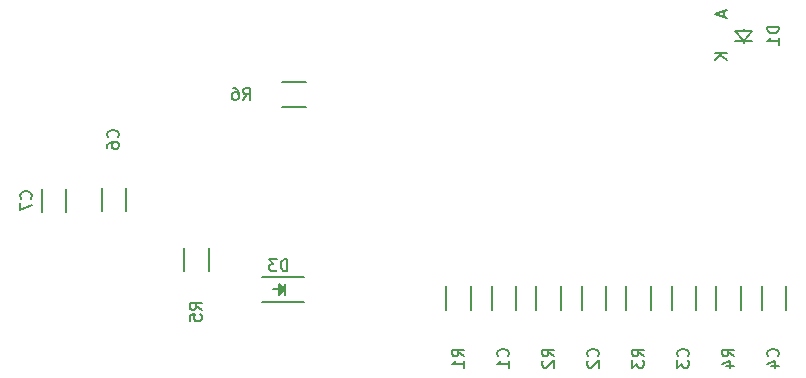
<source format=gbo>
G04 #@! TF.FileFunction,Legend,Bot*
%FSLAX46Y46*%
G04 Gerber Fmt 4.6, Leading zero omitted, Abs format (unit mm)*
G04 Created by KiCad (PCBNEW 4.0.5+dfsg1-4) date Tue May 16 10:22:51 2017*
%MOMM*%
%LPD*%
G01*
G04 APERTURE LIST*
%ADD10C,0.100000*%
%ADD11C,0.150000*%
G04 APERTURE END LIST*
D10*
D11*
X81475000Y-159770000D02*
X81475000Y-161770000D01*
X83625000Y-161770000D02*
X83625000Y-159770000D01*
X89095000Y-159770000D02*
X89095000Y-161770000D01*
X91245000Y-161770000D02*
X91245000Y-159770000D01*
X87385000Y-159770000D02*
X87385000Y-161770000D01*
X85335000Y-161770000D02*
X85335000Y-159770000D01*
X95005000Y-159770000D02*
X95005000Y-161770000D01*
X92955000Y-161770000D02*
X92955000Y-159770000D01*
X102625000Y-159770000D02*
X102625000Y-161770000D01*
X100575000Y-161770000D02*
X100575000Y-159770000D01*
X110245000Y-159770000D02*
X110245000Y-161770000D01*
X108195000Y-161770000D02*
X108195000Y-159770000D01*
X52315000Y-153400000D02*
X52315000Y-151400000D01*
X54365000Y-151400000D02*
X54365000Y-153400000D01*
X96715000Y-159770000D02*
X96715000Y-161770000D01*
X98865000Y-161770000D02*
X98865000Y-159770000D01*
X104335000Y-159770000D02*
X104335000Y-161770000D01*
X106485000Y-161770000D02*
X106485000Y-159770000D01*
X59250000Y-156480000D02*
X59250000Y-158480000D01*
X61400000Y-158480000D02*
X61400000Y-156480000D01*
X67580000Y-144585000D02*
X69580000Y-144585000D01*
X69580000Y-142435000D02*
X67580000Y-142435000D01*
X69460000Y-161070000D02*
X65860000Y-161070000D01*
X69460000Y-158970000D02*
X65860000Y-158970000D01*
X67410000Y-159720000D02*
X67410000Y-160320000D01*
X67410000Y-160320000D02*
X67710000Y-160020000D01*
X67710000Y-160020000D02*
X67510000Y-159820000D01*
X67510000Y-159820000D02*
X67510000Y-160070000D01*
X67510000Y-160070000D02*
X67560000Y-160020000D01*
X67810000Y-159520000D02*
X67810000Y-160520000D01*
X67310000Y-160020000D02*
X66810000Y-160020000D01*
X67810000Y-160020000D02*
X67310000Y-159520000D01*
X67310000Y-159520000D02*
X67310000Y-160520000D01*
X67310000Y-160520000D02*
X67810000Y-160020000D01*
X106680000Y-138999580D02*
X106680000Y-139149440D01*
X106680000Y-138151220D02*
X106680000Y-137950560D01*
X106680000Y-138999580D02*
X105930700Y-138999580D01*
X106680000Y-138999580D02*
X107381040Y-138999580D01*
X106680000Y-138999580D02*
X107381040Y-138151220D01*
X107381040Y-138151220D02*
X105978960Y-138151220D01*
X105978960Y-138151220D02*
X106680000Y-138999580D01*
X47235000Y-153495000D02*
X47235000Y-151495000D01*
X49285000Y-151495000D02*
X49285000Y-153495000D01*
X83002381Y-165683334D02*
X82526190Y-165350000D01*
X83002381Y-165111905D02*
X82002381Y-165111905D01*
X82002381Y-165492858D01*
X82050000Y-165588096D01*
X82097619Y-165635715D01*
X82192857Y-165683334D01*
X82335714Y-165683334D01*
X82430952Y-165635715D01*
X82478571Y-165588096D01*
X82526190Y-165492858D01*
X82526190Y-165111905D01*
X83002381Y-166635715D02*
X83002381Y-166064286D01*
X83002381Y-166350000D02*
X82002381Y-166350000D01*
X82145238Y-166254762D01*
X82240476Y-166159524D01*
X82288095Y-166064286D01*
X90622381Y-165683334D02*
X90146190Y-165350000D01*
X90622381Y-165111905D02*
X89622381Y-165111905D01*
X89622381Y-165492858D01*
X89670000Y-165588096D01*
X89717619Y-165635715D01*
X89812857Y-165683334D01*
X89955714Y-165683334D01*
X90050952Y-165635715D01*
X90098571Y-165588096D01*
X90146190Y-165492858D01*
X90146190Y-165111905D01*
X89717619Y-166064286D02*
X89670000Y-166111905D01*
X89622381Y-166207143D01*
X89622381Y-166445239D01*
X89670000Y-166540477D01*
X89717619Y-166588096D01*
X89812857Y-166635715D01*
X89908095Y-166635715D01*
X90050952Y-166588096D01*
X90622381Y-166016667D01*
X90622381Y-166635715D01*
X86717143Y-165683334D02*
X86764762Y-165635715D01*
X86812381Y-165492858D01*
X86812381Y-165397620D01*
X86764762Y-165254762D01*
X86669524Y-165159524D01*
X86574286Y-165111905D01*
X86383810Y-165064286D01*
X86240952Y-165064286D01*
X86050476Y-165111905D01*
X85955238Y-165159524D01*
X85860000Y-165254762D01*
X85812381Y-165397620D01*
X85812381Y-165492858D01*
X85860000Y-165635715D01*
X85907619Y-165683334D01*
X86812381Y-166635715D02*
X86812381Y-166064286D01*
X86812381Y-166350000D02*
X85812381Y-166350000D01*
X85955238Y-166254762D01*
X86050476Y-166159524D01*
X86098095Y-166064286D01*
X94337143Y-165683334D02*
X94384762Y-165635715D01*
X94432381Y-165492858D01*
X94432381Y-165397620D01*
X94384762Y-165254762D01*
X94289524Y-165159524D01*
X94194286Y-165111905D01*
X94003810Y-165064286D01*
X93860952Y-165064286D01*
X93670476Y-165111905D01*
X93575238Y-165159524D01*
X93480000Y-165254762D01*
X93432381Y-165397620D01*
X93432381Y-165492858D01*
X93480000Y-165635715D01*
X93527619Y-165683334D01*
X93527619Y-166064286D02*
X93480000Y-166111905D01*
X93432381Y-166207143D01*
X93432381Y-166445239D01*
X93480000Y-166540477D01*
X93527619Y-166588096D01*
X93622857Y-166635715D01*
X93718095Y-166635715D01*
X93860952Y-166588096D01*
X94432381Y-166016667D01*
X94432381Y-166635715D01*
X101957143Y-165683334D02*
X102004762Y-165635715D01*
X102052381Y-165492858D01*
X102052381Y-165397620D01*
X102004762Y-165254762D01*
X101909524Y-165159524D01*
X101814286Y-165111905D01*
X101623810Y-165064286D01*
X101480952Y-165064286D01*
X101290476Y-165111905D01*
X101195238Y-165159524D01*
X101100000Y-165254762D01*
X101052381Y-165397620D01*
X101052381Y-165492858D01*
X101100000Y-165635715D01*
X101147619Y-165683334D01*
X101052381Y-166016667D02*
X101052381Y-166635715D01*
X101433333Y-166302381D01*
X101433333Y-166445239D01*
X101480952Y-166540477D01*
X101528571Y-166588096D01*
X101623810Y-166635715D01*
X101861905Y-166635715D01*
X101957143Y-166588096D01*
X102004762Y-166540477D01*
X102052381Y-166445239D01*
X102052381Y-166159524D01*
X102004762Y-166064286D01*
X101957143Y-166016667D01*
X109577143Y-165683334D02*
X109624762Y-165635715D01*
X109672381Y-165492858D01*
X109672381Y-165397620D01*
X109624762Y-165254762D01*
X109529524Y-165159524D01*
X109434286Y-165111905D01*
X109243810Y-165064286D01*
X109100952Y-165064286D01*
X108910476Y-165111905D01*
X108815238Y-165159524D01*
X108720000Y-165254762D01*
X108672381Y-165397620D01*
X108672381Y-165492858D01*
X108720000Y-165635715D01*
X108767619Y-165683334D01*
X109005714Y-166540477D02*
X109672381Y-166540477D01*
X108624762Y-166302381D02*
X109339048Y-166064286D01*
X109339048Y-166683334D01*
X53697143Y-147153334D02*
X53744762Y-147105715D01*
X53792381Y-146962858D01*
X53792381Y-146867620D01*
X53744762Y-146724762D01*
X53649524Y-146629524D01*
X53554286Y-146581905D01*
X53363810Y-146534286D01*
X53220952Y-146534286D01*
X53030476Y-146581905D01*
X52935238Y-146629524D01*
X52840000Y-146724762D01*
X52792381Y-146867620D01*
X52792381Y-146962858D01*
X52840000Y-147105715D01*
X52887619Y-147153334D01*
X52792381Y-148010477D02*
X52792381Y-147820000D01*
X52840000Y-147724762D01*
X52887619Y-147677143D01*
X53030476Y-147581905D01*
X53220952Y-147534286D01*
X53601905Y-147534286D01*
X53697143Y-147581905D01*
X53744762Y-147629524D01*
X53792381Y-147724762D01*
X53792381Y-147915239D01*
X53744762Y-148010477D01*
X53697143Y-148058096D01*
X53601905Y-148105715D01*
X53363810Y-148105715D01*
X53268571Y-148058096D01*
X53220952Y-148010477D01*
X53173333Y-147915239D01*
X53173333Y-147724762D01*
X53220952Y-147629524D01*
X53268571Y-147581905D01*
X53363810Y-147534286D01*
X98242381Y-165683334D02*
X97766190Y-165350000D01*
X98242381Y-165111905D02*
X97242381Y-165111905D01*
X97242381Y-165492858D01*
X97290000Y-165588096D01*
X97337619Y-165635715D01*
X97432857Y-165683334D01*
X97575714Y-165683334D01*
X97670952Y-165635715D01*
X97718571Y-165588096D01*
X97766190Y-165492858D01*
X97766190Y-165111905D01*
X97242381Y-166016667D02*
X97242381Y-166635715D01*
X97623333Y-166302381D01*
X97623333Y-166445239D01*
X97670952Y-166540477D01*
X97718571Y-166588096D01*
X97813810Y-166635715D01*
X98051905Y-166635715D01*
X98147143Y-166588096D01*
X98194762Y-166540477D01*
X98242381Y-166445239D01*
X98242381Y-166159524D01*
X98194762Y-166064286D01*
X98147143Y-166016667D01*
X105862381Y-165683334D02*
X105386190Y-165350000D01*
X105862381Y-165111905D02*
X104862381Y-165111905D01*
X104862381Y-165492858D01*
X104910000Y-165588096D01*
X104957619Y-165635715D01*
X105052857Y-165683334D01*
X105195714Y-165683334D01*
X105290952Y-165635715D01*
X105338571Y-165588096D01*
X105386190Y-165492858D01*
X105386190Y-165111905D01*
X105195714Y-166540477D02*
X105862381Y-166540477D01*
X104814762Y-166302381D02*
X105529048Y-166064286D01*
X105529048Y-166683334D01*
X60777381Y-161758334D02*
X60301190Y-161425000D01*
X60777381Y-161186905D02*
X59777381Y-161186905D01*
X59777381Y-161567858D01*
X59825000Y-161663096D01*
X59872619Y-161710715D01*
X59967857Y-161758334D01*
X60110714Y-161758334D01*
X60205952Y-161710715D01*
X60253571Y-161663096D01*
X60301190Y-161567858D01*
X60301190Y-161186905D01*
X59777381Y-162663096D02*
X59777381Y-162186905D01*
X60253571Y-162139286D01*
X60205952Y-162186905D01*
X60158333Y-162282143D01*
X60158333Y-162520239D01*
X60205952Y-162615477D01*
X60253571Y-162663096D01*
X60348810Y-162710715D01*
X60586905Y-162710715D01*
X60682143Y-162663096D01*
X60729762Y-162615477D01*
X60777381Y-162520239D01*
X60777381Y-162282143D01*
X60729762Y-162186905D01*
X60682143Y-162139286D01*
X64301666Y-143962381D02*
X64635000Y-143486190D01*
X64873095Y-143962381D02*
X64873095Y-142962381D01*
X64492142Y-142962381D01*
X64396904Y-143010000D01*
X64349285Y-143057619D01*
X64301666Y-143152857D01*
X64301666Y-143295714D01*
X64349285Y-143390952D01*
X64396904Y-143438571D01*
X64492142Y-143486190D01*
X64873095Y-143486190D01*
X63444523Y-142962381D02*
X63635000Y-142962381D01*
X63730238Y-143010000D01*
X63777857Y-143057619D01*
X63873095Y-143200476D01*
X63920714Y-143390952D01*
X63920714Y-143771905D01*
X63873095Y-143867143D01*
X63825476Y-143914762D01*
X63730238Y-143962381D01*
X63539761Y-143962381D01*
X63444523Y-143914762D01*
X63396904Y-143867143D01*
X63349285Y-143771905D01*
X63349285Y-143533810D01*
X63396904Y-143438571D01*
X63444523Y-143390952D01*
X63539761Y-143343333D01*
X63730238Y-143343333D01*
X63825476Y-143390952D01*
X63873095Y-143438571D01*
X63920714Y-143533810D01*
X68048095Y-158472381D02*
X68048095Y-157472381D01*
X67810000Y-157472381D01*
X67667142Y-157520000D01*
X67571904Y-157615238D01*
X67524285Y-157710476D01*
X67476666Y-157900952D01*
X67476666Y-158043810D01*
X67524285Y-158234286D01*
X67571904Y-158329524D01*
X67667142Y-158424762D01*
X67810000Y-158472381D01*
X68048095Y-158472381D01*
X67143333Y-157472381D02*
X66524285Y-157472381D01*
X66857619Y-157853333D01*
X66714761Y-157853333D01*
X66619523Y-157900952D01*
X66571904Y-157948571D01*
X66524285Y-158043810D01*
X66524285Y-158281905D01*
X66571904Y-158377143D01*
X66619523Y-158424762D01*
X66714761Y-158472381D01*
X67000476Y-158472381D01*
X67095714Y-158424762D01*
X67143333Y-158377143D01*
X109672381Y-137761905D02*
X108672381Y-137761905D01*
X108672381Y-138000000D01*
X108720000Y-138142858D01*
X108815238Y-138238096D01*
X108910476Y-138285715D01*
X109100952Y-138333334D01*
X109243810Y-138333334D01*
X109434286Y-138285715D01*
X109529524Y-138238096D01*
X109624762Y-138142858D01*
X109672381Y-138000000D01*
X109672381Y-137761905D01*
X109672381Y-139285715D02*
X109672381Y-138714286D01*
X109672381Y-139000000D02*
X108672381Y-139000000D01*
X108815238Y-138904762D01*
X108910476Y-138809524D01*
X108958095Y-138714286D01*
X105282381Y-140038095D02*
X104282381Y-140038095D01*
X105282381Y-140609524D02*
X104710952Y-140180952D01*
X104282381Y-140609524D02*
X104853810Y-140038095D01*
X104996667Y-136461905D02*
X104996667Y-136938096D01*
X105282381Y-136366667D02*
X104282381Y-136700000D01*
X105282381Y-137033334D01*
X46317143Y-152328334D02*
X46364762Y-152280715D01*
X46412381Y-152137858D01*
X46412381Y-152042620D01*
X46364762Y-151899762D01*
X46269524Y-151804524D01*
X46174286Y-151756905D01*
X45983810Y-151709286D01*
X45840952Y-151709286D01*
X45650476Y-151756905D01*
X45555238Y-151804524D01*
X45460000Y-151899762D01*
X45412381Y-152042620D01*
X45412381Y-152137858D01*
X45460000Y-152280715D01*
X45507619Y-152328334D01*
X45412381Y-152661667D02*
X45412381Y-153328334D01*
X46412381Y-152899762D01*
M02*

</source>
